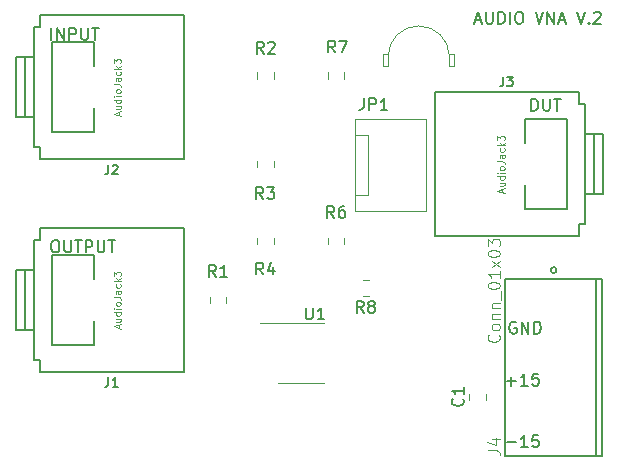
<source format=gbr>
G04 #@! TF.GenerationSoftware,KiCad,Pcbnew,5.1.2-f72e74a~84~ubuntu18.04.1*
G04 #@! TF.CreationDate,2019-05-17T10:17:23-07:00*
G04 #@! TF.ProjectId,NewVNA,4e657756-4e41-42e6-9b69-6361645f7063,CAT V.2*
G04 #@! TF.SameCoordinates,Original*
G04 #@! TF.FileFunction,Legend,Top*
G04 #@! TF.FilePolarity,Positive*
%FSLAX46Y46*%
G04 Gerber Fmt 4.6, Leading zero omitted, Abs format (unit mm)*
G04 Created by KiCad (PCBNEW 5.1.2-f72e74a~84~ubuntu18.04.1) date 2019-05-17 10:17:23*
%MOMM*%
%LPD*%
G04 APERTURE LIST*
%ADD10C,0.150000*%
%ADD11C,0.120000*%
%ADD12C,0.203200*%
%ADD13C,0.127000*%
%ADD14C,0.050000*%
%ADD15C,0.100000*%
G04 APERTURE END LIST*
D10*
X67466666Y-62071428D02*
X68228571Y-62071428D01*
X69228571Y-62452380D02*
X68657142Y-62452380D01*
X68942857Y-62452380D02*
X68942857Y-61452380D01*
X68847619Y-61595238D01*
X68752380Y-61690476D01*
X68657142Y-61738095D01*
X70133333Y-61452380D02*
X69657142Y-61452380D01*
X69609523Y-61928571D01*
X69657142Y-61880952D01*
X69752380Y-61833333D01*
X69990476Y-61833333D01*
X70085714Y-61880952D01*
X70133333Y-61928571D01*
X70180952Y-62023809D01*
X70180952Y-62261904D01*
X70133333Y-62357142D01*
X70085714Y-62404761D01*
X69990476Y-62452380D01*
X69752380Y-62452380D01*
X69657142Y-62404761D01*
X69609523Y-62357142D01*
X67466666Y-56871428D02*
X68228571Y-56871428D01*
X67847619Y-57252380D02*
X67847619Y-56490476D01*
X69228571Y-57252380D02*
X68657142Y-57252380D01*
X68942857Y-57252380D02*
X68942857Y-56252380D01*
X68847619Y-56395238D01*
X68752380Y-56490476D01*
X68657142Y-56538095D01*
X70133333Y-56252380D02*
X69657142Y-56252380D01*
X69609523Y-56728571D01*
X69657142Y-56680952D01*
X69752380Y-56633333D01*
X69990476Y-56633333D01*
X70085714Y-56680952D01*
X70133333Y-56728571D01*
X70180952Y-56823809D01*
X70180952Y-57061904D01*
X70133333Y-57157142D01*
X70085714Y-57204761D01*
X69990476Y-57252380D01*
X69752380Y-57252380D01*
X69657142Y-57204761D01*
X69609523Y-57157142D01*
X68238095Y-51900000D02*
X68142857Y-51852380D01*
X68000000Y-51852380D01*
X67857142Y-51900000D01*
X67761904Y-51995238D01*
X67714285Y-52090476D01*
X67666666Y-52280952D01*
X67666666Y-52423809D01*
X67714285Y-52614285D01*
X67761904Y-52709523D01*
X67857142Y-52804761D01*
X68000000Y-52852380D01*
X68095238Y-52852380D01*
X68238095Y-52804761D01*
X68285714Y-52757142D01*
X68285714Y-52423809D01*
X68095238Y-52423809D01*
X68714285Y-52852380D02*
X68714285Y-51852380D01*
X69285714Y-52852380D01*
X69285714Y-51852380D01*
X69761904Y-52852380D02*
X69761904Y-51852380D01*
X70000000Y-51852380D01*
X70142857Y-51900000D01*
X70238095Y-51995238D01*
X70285714Y-52090476D01*
X70333333Y-52280952D01*
X70333333Y-52423809D01*
X70285714Y-52614285D01*
X70238095Y-52709523D01*
X70142857Y-52804761D01*
X70000000Y-52852380D01*
X69761904Y-52852380D01*
D11*
X57000000Y-30200000D02*
X57000000Y-30000000D01*
X57400000Y-30200000D02*
X57000000Y-30200000D01*
X57400000Y-30000000D02*
X57400000Y-30200000D01*
X57400000Y-29200000D02*
X57000000Y-29200000D01*
X57400000Y-30000000D02*
X57404000Y-29464000D01*
X57000000Y-29200000D02*
X57000000Y-30000000D01*
X63000000Y-29200000D02*
X62600000Y-29200000D01*
X63000000Y-30200000D02*
X63000000Y-29200000D01*
X62600000Y-30200000D02*
X63000000Y-30200000D01*
X62600000Y-29400000D02*
X62600000Y-30200000D01*
X57400000Y-29400000D02*
G75*
G02X60000000Y-26800000I2600000J0D01*
G01*
X60000000Y-26800000D02*
G75*
G02X62600000Y-29400000I0J-2600000D01*
G01*
D10*
X64794476Y-26328666D02*
X65270666Y-26328666D01*
X64699238Y-26614380D02*
X65032571Y-25614380D01*
X65365904Y-26614380D01*
X65699238Y-25614380D02*
X65699238Y-26423904D01*
X65746857Y-26519142D01*
X65794476Y-26566761D01*
X65889714Y-26614380D01*
X66080190Y-26614380D01*
X66175428Y-26566761D01*
X66223047Y-26519142D01*
X66270666Y-26423904D01*
X66270666Y-25614380D01*
X66746857Y-26614380D02*
X66746857Y-25614380D01*
X66984952Y-25614380D01*
X67127809Y-25662000D01*
X67223047Y-25757238D01*
X67270666Y-25852476D01*
X67318285Y-26042952D01*
X67318285Y-26185809D01*
X67270666Y-26376285D01*
X67223047Y-26471523D01*
X67127809Y-26566761D01*
X66984952Y-26614380D01*
X66746857Y-26614380D01*
X67746857Y-26614380D02*
X67746857Y-25614380D01*
X68413523Y-25614380D02*
X68604000Y-25614380D01*
X68699238Y-25662000D01*
X68794476Y-25757238D01*
X68842095Y-25947714D01*
X68842095Y-26281047D01*
X68794476Y-26471523D01*
X68699238Y-26566761D01*
X68604000Y-26614380D01*
X68413523Y-26614380D01*
X68318285Y-26566761D01*
X68223047Y-26471523D01*
X68175428Y-26281047D01*
X68175428Y-25947714D01*
X68223047Y-25757238D01*
X68318285Y-25662000D01*
X68413523Y-25614380D01*
X69889714Y-25614380D02*
X70223047Y-26614380D01*
X70556380Y-25614380D01*
X70889714Y-26614380D02*
X70889714Y-25614380D01*
X71461142Y-26614380D01*
X71461142Y-25614380D01*
X71889714Y-26328666D02*
X72365904Y-26328666D01*
X71794476Y-26614380D02*
X72127809Y-25614380D01*
X72461142Y-26614380D01*
X73413523Y-25614380D02*
X73746857Y-26614380D01*
X74080190Y-25614380D01*
X74413523Y-26519142D02*
X74461142Y-26566761D01*
X74413523Y-26614380D01*
X74365904Y-26566761D01*
X74413523Y-26519142D01*
X74413523Y-26614380D01*
X74842095Y-25709619D02*
X74889714Y-25662000D01*
X74984952Y-25614380D01*
X75223047Y-25614380D01*
X75318285Y-25662000D01*
X75365904Y-25709619D01*
X75413523Y-25804857D01*
X75413523Y-25900095D01*
X75365904Y-26042952D01*
X74794476Y-26614380D01*
X75413523Y-26614380D01*
X29142038Y-44969180D02*
X29332514Y-44969180D01*
X29427752Y-45016800D01*
X29522990Y-45112038D01*
X29570609Y-45302514D01*
X29570609Y-45635847D01*
X29522990Y-45826323D01*
X29427752Y-45921561D01*
X29332514Y-45969180D01*
X29142038Y-45969180D01*
X29046800Y-45921561D01*
X28951561Y-45826323D01*
X28903942Y-45635847D01*
X28903942Y-45302514D01*
X28951561Y-45112038D01*
X29046800Y-45016800D01*
X29142038Y-44969180D01*
X29999180Y-44969180D02*
X29999180Y-45778704D01*
X30046800Y-45873942D01*
X30094419Y-45921561D01*
X30189657Y-45969180D01*
X30380133Y-45969180D01*
X30475371Y-45921561D01*
X30522990Y-45873942D01*
X30570609Y-45778704D01*
X30570609Y-44969180D01*
X30903942Y-44969180D02*
X31475371Y-44969180D01*
X31189657Y-45969180D02*
X31189657Y-44969180D01*
X31808704Y-45969180D02*
X31808704Y-44969180D01*
X32189657Y-44969180D01*
X32284895Y-45016800D01*
X32332514Y-45064419D01*
X32380133Y-45159657D01*
X32380133Y-45302514D01*
X32332514Y-45397752D01*
X32284895Y-45445371D01*
X32189657Y-45492990D01*
X31808704Y-45492990D01*
X32808704Y-44969180D02*
X32808704Y-45778704D01*
X32856323Y-45873942D01*
X32903942Y-45921561D01*
X32999180Y-45969180D01*
X33189657Y-45969180D01*
X33284895Y-45921561D01*
X33332514Y-45873942D01*
X33380133Y-45778704D01*
X33380133Y-44969180D01*
X33713466Y-44969180D02*
X34284895Y-44969180D01*
X33999180Y-45969180D02*
X33999180Y-44969180D01*
X28907028Y-27985980D02*
X28907028Y-26985980D01*
X29383219Y-27985980D02*
X29383219Y-26985980D01*
X29954647Y-27985980D01*
X29954647Y-26985980D01*
X30430838Y-27985980D02*
X30430838Y-26985980D01*
X30811790Y-26985980D01*
X30907028Y-27033600D01*
X30954647Y-27081219D01*
X31002266Y-27176457D01*
X31002266Y-27319314D01*
X30954647Y-27414552D01*
X30907028Y-27462171D01*
X30811790Y-27509790D01*
X30430838Y-27509790D01*
X31430838Y-26985980D02*
X31430838Y-27795504D01*
X31478457Y-27890742D01*
X31526076Y-27938361D01*
X31621314Y-27985980D01*
X31811790Y-27985980D01*
X31907028Y-27938361D01*
X31954647Y-27890742D01*
X32002266Y-27795504D01*
X32002266Y-26985980D01*
X32335600Y-26985980D02*
X32907028Y-26985980D01*
X32621314Y-27985980D02*
X32621314Y-26985980D01*
X69546933Y-33980380D02*
X69546933Y-32980380D01*
X69785028Y-32980380D01*
X69927885Y-33028000D01*
X70023123Y-33123238D01*
X70070742Y-33218476D01*
X70118361Y-33408952D01*
X70118361Y-33551809D01*
X70070742Y-33742285D01*
X70023123Y-33837523D01*
X69927885Y-33932761D01*
X69785028Y-33980380D01*
X69546933Y-33980380D01*
X70546933Y-32980380D02*
X70546933Y-33789904D01*
X70594552Y-33885142D01*
X70642171Y-33932761D01*
X70737409Y-33980380D01*
X70927885Y-33980380D01*
X71023123Y-33932761D01*
X71070742Y-33885142D01*
X71118361Y-33789904D01*
X71118361Y-32980380D01*
X71451695Y-32980380D02*
X72023123Y-32980380D01*
X71737409Y-33980380D02*
X71737409Y-32980380D01*
D11*
X50000000Y-51940000D02*
X46550000Y-51940000D01*
X50000000Y-51940000D02*
X51950000Y-51940000D01*
X50000000Y-57060000D02*
X48050000Y-57060000D01*
X50000000Y-57060000D02*
X51950000Y-57060000D01*
X55710000Y-41080000D02*
X54700000Y-41080000D01*
X55710000Y-36000000D02*
X55710000Y-41080000D01*
X54700000Y-36000000D02*
X55710000Y-36000000D01*
X54600000Y-42450000D02*
X54600000Y-34650000D01*
X60650000Y-42450000D02*
X54600000Y-42450000D01*
X60650000Y-34650000D02*
X60650000Y-42450000D01*
X54600000Y-34650000D02*
X60650000Y-34650000D01*
D12*
X71674800Y-47477600D02*
G75*
G03X71674800Y-47477600I-250000J0D01*
G01*
D13*
X75024800Y-48227600D02*
X75024800Y-63227600D01*
X67324800Y-48227600D02*
X75524800Y-48227600D01*
X67324800Y-63227600D02*
X67324800Y-48227600D01*
X75024800Y-63227600D02*
X67324800Y-63227600D01*
X75524800Y-63227600D02*
X75024800Y-63227600D01*
X75524800Y-48227600D02*
X75524800Y-63227600D01*
D10*
X61404000Y-44596000D02*
X61404000Y-32404000D01*
X73596000Y-44596000D02*
X61404000Y-44596000D01*
X61404000Y-32404000D02*
X73596000Y-32404000D01*
X75628000Y-35960000D02*
X75628000Y-41040000D01*
X74104000Y-43580000D02*
X73596000Y-43580000D01*
X74104000Y-33420000D02*
X74104000Y-43580000D01*
X73850000Y-33420000D02*
X74104000Y-33420000D01*
X73596000Y-33420000D02*
X73850000Y-33420000D01*
X74866000Y-35960000D02*
X74866000Y-41040000D01*
X74104000Y-41040000D02*
X75628000Y-41040000D01*
X75628000Y-35960000D02*
X74104000Y-35960000D01*
X73596000Y-44596000D02*
X73596000Y-43580000D01*
X73596000Y-33420000D02*
X73596000Y-32404000D01*
X69024000Y-42310000D02*
X69024000Y-40278000D01*
X72580000Y-42310000D02*
X69024000Y-42310000D01*
X72580000Y-34690000D02*
X72580000Y-42310000D01*
X69024000Y-34690000D02*
X72580000Y-34690000D01*
X69024000Y-36722000D02*
X69024000Y-34690000D01*
X40096000Y-25904000D02*
X40096000Y-38096000D01*
X27904000Y-25904000D02*
X40096000Y-25904000D01*
X40096000Y-38096000D02*
X27904000Y-38096000D01*
X25872000Y-34540000D02*
X25872000Y-29460000D01*
X27396000Y-26920000D02*
X27904000Y-26920000D01*
X27396000Y-37080000D02*
X27396000Y-26920000D01*
X27650000Y-37080000D02*
X27396000Y-37080000D01*
X27904000Y-37080000D02*
X27650000Y-37080000D01*
X26634000Y-34540000D02*
X26634000Y-29460000D01*
X27396000Y-29460000D02*
X25872000Y-29460000D01*
X25872000Y-34540000D02*
X27396000Y-34540000D01*
X27904000Y-25904000D02*
X27904000Y-26920000D01*
X27904000Y-37080000D02*
X27904000Y-38096000D01*
X32476000Y-28190000D02*
X32476000Y-30222000D01*
X28920000Y-28190000D02*
X32476000Y-28190000D01*
X28920000Y-35810000D02*
X28920000Y-28190000D01*
X32476000Y-35810000D02*
X28920000Y-35810000D01*
X32476000Y-33778000D02*
X32476000Y-35810000D01*
X40096000Y-43904000D02*
X40096000Y-56096000D01*
X27904000Y-43904000D02*
X40096000Y-43904000D01*
X40096000Y-56096000D02*
X27904000Y-56096000D01*
X25872000Y-52540000D02*
X25872000Y-47460000D01*
X27396000Y-44920000D02*
X27904000Y-44920000D01*
X27396000Y-55080000D02*
X27396000Y-44920000D01*
X27650000Y-55080000D02*
X27396000Y-55080000D01*
X27904000Y-55080000D02*
X27650000Y-55080000D01*
X26634000Y-52540000D02*
X26634000Y-47460000D01*
X27396000Y-47460000D02*
X25872000Y-47460000D01*
X25872000Y-52540000D02*
X27396000Y-52540000D01*
X27904000Y-43904000D02*
X27904000Y-44920000D01*
X27904000Y-55080000D02*
X27904000Y-56096000D01*
X32476000Y-46190000D02*
X32476000Y-48222000D01*
X28920000Y-46190000D02*
X32476000Y-46190000D01*
X28920000Y-53810000D02*
X28920000Y-46190000D01*
X32476000Y-53810000D02*
X28920000Y-53810000D01*
X32476000Y-51778000D02*
X32476000Y-53810000D01*
D11*
X55758578Y-48290000D02*
X55241422Y-48290000D01*
X55758578Y-49710000D02*
X55241422Y-49710000D01*
X52290000Y-30741422D02*
X52290000Y-31258578D01*
X53710000Y-30741422D02*
X53710000Y-31258578D01*
X52290000Y-44741422D02*
X52290000Y-45258578D01*
X53710000Y-44741422D02*
X53710000Y-45258578D01*
X46290000Y-44741422D02*
X46290000Y-45258578D01*
X47710000Y-44741422D02*
X47710000Y-45258578D01*
X46290000Y-38241422D02*
X46290000Y-38758578D01*
X47710000Y-38241422D02*
X47710000Y-38758578D01*
X46290000Y-30741422D02*
X46290000Y-31258578D01*
X47710000Y-30741422D02*
X47710000Y-31258578D01*
X42290000Y-49741422D02*
X42290000Y-50258578D01*
X43710000Y-49741422D02*
X43710000Y-50258578D01*
X64290000Y-57941422D02*
X64290000Y-58458578D01*
X65710000Y-57941422D02*
X65710000Y-58458578D01*
D10*
X50438095Y-50652380D02*
X50438095Y-51461904D01*
X50485714Y-51557142D01*
X50533333Y-51604761D01*
X50628571Y-51652380D01*
X50819047Y-51652380D01*
X50914285Y-51604761D01*
X50961904Y-51557142D01*
X51009523Y-51461904D01*
X51009523Y-50652380D01*
X52009523Y-51652380D02*
X51438095Y-51652380D01*
X51723809Y-51652380D02*
X51723809Y-50652380D01*
X51628571Y-50795238D01*
X51533333Y-50890476D01*
X51438095Y-50938095D01*
X55351466Y-32929580D02*
X55351466Y-33643866D01*
X55303847Y-33786723D01*
X55208609Y-33881961D01*
X55065752Y-33929580D01*
X54970514Y-33929580D01*
X55827657Y-33929580D02*
X55827657Y-32929580D01*
X56208609Y-32929580D01*
X56303847Y-32977200D01*
X56351466Y-33024819D01*
X56399085Y-33120057D01*
X56399085Y-33262914D01*
X56351466Y-33358152D01*
X56303847Y-33405771D01*
X56208609Y-33453390D01*
X55827657Y-33453390D01*
X57351466Y-33929580D02*
X56780038Y-33929580D01*
X57065752Y-33929580D02*
X57065752Y-32929580D01*
X56970514Y-33072438D01*
X56875276Y-33167676D01*
X56780038Y-33215295D01*
D14*
X65847110Y-62716263D02*
X66562531Y-62716263D01*
X66705615Y-62763958D01*
X66801005Y-62859347D01*
X66848700Y-63002431D01*
X66848700Y-63097821D01*
X66180973Y-61810062D02*
X66848700Y-61810062D01*
X65799415Y-62048536D02*
X66514836Y-62287010D01*
X66514836Y-61666978D01*
X66757735Y-52944300D02*
X66805433Y-52991998D01*
X66853131Y-53135092D01*
X66853131Y-53230489D01*
X66805433Y-53373583D01*
X66710037Y-53468979D01*
X66614641Y-53516677D01*
X66423849Y-53564375D01*
X66280754Y-53564375D01*
X66089962Y-53516677D01*
X65994566Y-53468979D01*
X65899170Y-53373583D01*
X65851471Y-53230489D01*
X65851471Y-53135092D01*
X65899170Y-52991998D01*
X65946868Y-52944300D01*
X66853131Y-52371923D02*
X66805433Y-52467319D01*
X66757735Y-52515017D01*
X66662339Y-52562715D01*
X66376150Y-52562715D01*
X66280754Y-52515017D01*
X66233056Y-52467319D01*
X66185358Y-52371923D01*
X66185358Y-52228829D01*
X66233056Y-52133432D01*
X66280754Y-52085734D01*
X66376150Y-52038036D01*
X66662339Y-52038036D01*
X66757735Y-52085734D01*
X66805433Y-52133432D01*
X66853131Y-52228829D01*
X66853131Y-52371923D01*
X66185358Y-51608753D02*
X66853131Y-51608753D01*
X66280754Y-51608753D02*
X66233056Y-51561055D01*
X66185358Y-51465659D01*
X66185358Y-51322565D01*
X66233056Y-51227169D01*
X66328452Y-51179470D01*
X66853131Y-51179470D01*
X66185358Y-50702490D02*
X66853131Y-50702490D01*
X66280754Y-50702490D02*
X66233056Y-50654791D01*
X66185358Y-50559395D01*
X66185358Y-50416301D01*
X66233056Y-50320905D01*
X66328452Y-50273207D01*
X66853131Y-50273207D01*
X66948528Y-50034716D02*
X66948528Y-49271547D01*
X65851471Y-48842264D02*
X65851471Y-48746868D01*
X65899170Y-48651471D01*
X65946868Y-48603773D01*
X66042264Y-48556075D01*
X66233056Y-48508377D01*
X66471547Y-48508377D01*
X66662339Y-48556075D01*
X66757735Y-48603773D01*
X66805433Y-48651471D01*
X66853131Y-48746868D01*
X66853131Y-48842264D01*
X66805433Y-48937660D01*
X66757735Y-48985358D01*
X66662339Y-49033056D01*
X66471547Y-49080754D01*
X66233056Y-49080754D01*
X66042264Y-49033056D01*
X65946868Y-48985358D01*
X65899170Y-48937660D01*
X65851471Y-48842264D01*
X66853131Y-47554415D02*
X66853131Y-48126792D01*
X66853131Y-47840604D02*
X65851471Y-47840604D01*
X65994566Y-47936000D01*
X66089962Y-48031396D01*
X66137660Y-48126792D01*
X66853131Y-47220529D02*
X66185358Y-46695850D01*
X66185358Y-47220529D02*
X66853131Y-46695850D01*
X65851471Y-46123472D02*
X65851471Y-46028076D01*
X65899170Y-45932680D01*
X65946868Y-45884982D01*
X66042264Y-45837284D01*
X66233056Y-45789586D01*
X66471547Y-45789586D01*
X66662339Y-45837284D01*
X66757735Y-45884982D01*
X66805433Y-45932680D01*
X66853131Y-46028076D01*
X66853131Y-46123472D01*
X66805433Y-46218869D01*
X66757735Y-46266567D01*
X66662339Y-46314265D01*
X66471547Y-46361963D01*
X66233056Y-46361963D01*
X66042264Y-46314265D01*
X65946868Y-46266567D01*
X65899170Y-46218869D01*
X65851471Y-46123472D01*
X65851471Y-45455699D02*
X65851471Y-44835624D01*
X66233056Y-45169510D01*
X66233056Y-45026416D01*
X66280754Y-44931020D01*
X66328452Y-44883322D01*
X66423849Y-44835624D01*
X66662339Y-44835624D01*
X66757735Y-44883322D01*
X66805433Y-44931020D01*
X66853131Y-45026416D01*
X66853131Y-45312605D01*
X66805433Y-45408001D01*
X66757735Y-45455699D01*
D10*
X67144933Y-31108704D02*
X67144933Y-31680133D01*
X67106838Y-31794419D01*
X67030647Y-31870609D01*
X66916361Y-31908704D01*
X66840171Y-31908704D01*
X67449695Y-31108704D02*
X67944933Y-31108704D01*
X67678266Y-31413466D01*
X67792552Y-31413466D01*
X67868742Y-31451561D01*
X67906838Y-31489657D01*
X67944933Y-31565847D01*
X67944933Y-31756323D01*
X67906838Y-31832514D01*
X67868742Y-31870609D01*
X67792552Y-31908704D01*
X67563980Y-31908704D01*
X67487790Y-31870609D01*
X67449695Y-31832514D01*
D15*
X67092000Y-40885714D02*
X67092000Y-40600000D01*
X67263428Y-40942857D02*
X66663428Y-40742857D01*
X67263428Y-40542857D01*
X66863428Y-40085714D02*
X67263428Y-40085714D01*
X66863428Y-40342857D02*
X67177714Y-40342857D01*
X67234857Y-40314285D01*
X67263428Y-40257142D01*
X67263428Y-40171428D01*
X67234857Y-40114285D01*
X67206285Y-40085714D01*
X67263428Y-39542857D02*
X66663428Y-39542857D01*
X67234857Y-39542857D02*
X67263428Y-39600000D01*
X67263428Y-39714285D01*
X67234857Y-39771428D01*
X67206285Y-39800000D01*
X67149142Y-39828571D01*
X66977714Y-39828571D01*
X66920571Y-39800000D01*
X66892000Y-39771428D01*
X66863428Y-39714285D01*
X66863428Y-39600000D01*
X66892000Y-39542857D01*
X67263428Y-39257142D02*
X66863428Y-39257142D01*
X66663428Y-39257142D02*
X66692000Y-39285714D01*
X66720571Y-39257142D01*
X66692000Y-39228571D01*
X66663428Y-39257142D01*
X66720571Y-39257142D01*
X67263428Y-38885714D02*
X67234857Y-38942857D01*
X67206285Y-38971428D01*
X67149142Y-39000000D01*
X66977714Y-39000000D01*
X66920571Y-38971428D01*
X66892000Y-38942857D01*
X66863428Y-38885714D01*
X66863428Y-38800000D01*
X66892000Y-38742857D01*
X66920571Y-38714285D01*
X66977714Y-38685714D01*
X67149142Y-38685714D01*
X67206285Y-38714285D01*
X67234857Y-38742857D01*
X67263428Y-38800000D01*
X67263428Y-38885714D01*
X66663428Y-38257142D02*
X67092000Y-38257142D01*
X67177714Y-38285714D01*
X67234857Y-38342857D01*
X67263428Y-38428571D01*
X67263428Y-38485714D01*
X67263428Y-37714285D02*
X66949142Y-37714285D01*
X66892000Y-37742857D01*
X66863428Y-37800000D01*
X66863428Y-37914285D01*
X66892000Y-37971428D01*
X67234857Y-37714285D02*
X67263428Y-37771428D01*
X67263428Y-37914285D01*
X67234857Y-37971428D01*
X67177714Y-38000000D01*
X67120571Y-38000000D01*
X67063428Y-37971428D01*
X67034857Y-37914285D01*
X67034857Y-37771428D01*
X67006285Y-37714285D01*
X67234857Y-37171428D02*
X67263428Y-37228571D01*
X67263428Y-37342857D01*
X67234857Y-37400000D01*
X67206285Y-37428571D01*
X67149142Y-37457142D01*
X66977714Y-37457142D01*
X66920571Y-37428571D01*
X66892000Y-37400000D01*
X66863428Y-37342857D01*
X66863428Y-37228571D01*
X66892000Y-37171428D01*
X67263428Y-36914285D02*
X66663428Y-36914285D01*
X67034857Y-36857142D02*
X67263428Y-36685714D01*
X66863428Y-36685714D02*
X67092000Y-36914285D01*
X66663428Y-36485714D02*
X66663428Y-36114285D01*
X66892000Y-36314285D01*
X66892000Y-36228571D01*
X66920571Y-36171428D01*
X66949142Y-36142857D01*
X67006285Y-36114285D01*
X67149142Y-36114285D01*
X67206285Y-36142857D01*
X67234857Y-36171428D01*
X67263428Y-36228571D01*
X67263428Y-36400000D01*
X67234857Y-36457142D01*
X67206285Y-36485714D01*
D10*
X33733333Y-38561904D02*
X33733333Y-39133333D01*
X33695238Y-39247619D01*
X33619047Y-39323809D01*
X33504761Y-39361904D01*
X33428571Y-39361904D01*
X34076190Y-38638095D02*
X34114285Y-38600000D01*
X34190476Y-38561904D01*
X34380952Y-38561904D01*
X34457142Y-38600000D01*
X34495238Y-38638095D01*
X34533333Y-38714285D01*
X34533333Y-38790476D01*
X34495238Y-38904761D01*
X34038095Y-39361904D01*
X34533333Y-39361904D01*
D15*
X34608000Y-34385714D02*
X34608000Y-34100000D01*
X34779428Y-34442857D02*
X34179428Y-34242857D01*
X34779428Y-34042857D01*
X34379428Y-33585714D02*
X34779428Y-33585714D01*
X34379428Y-33842857D02*
X34693714Y-33842857D01*
X34750857Y-33814285D01*
X34779428Y-33757142D01*
X34779428Y-33671428D01*
X34750857Y-33614285D01*
X34722285Y-33585714D01*
X34779428Y-33042857D02*
X34179428Y-33042857D01*
X34750857Y-33042857D02*
X34779428Y-33100000D01*
X34779428Y-33214285D01*
X34750857Y-33271428D01*
X34722285Y-33300000D01*
X34665142Y-33328571D01*
X34493714Y-33328571D01*
X34436571Y-33300000D01*
X34408000Y-33271428D01*
X34379428Y-33214285D01*
X34379428Y-33100000D01*
X34408000Y-33042857D01*
X34779428Y-32757142D02*
X34379428Y-32757142D01*
X34179428Y-32757142D02*
X34208000Y-32785714D01*
X34236571Y-32757142D01*
X34208000Y-32728571D01*
X34179428Y-32757142D01*
X34236571Y-32757142D01*
X34779428Y-32385714D02*
X34750857Y-32442857D01*
X34722285Y-32471428D01*
X34665142Y-32500000D01*
X34493714Y-32500000D01*
X34436571Y-32471428D01*
X34408000Y-32442857D01*
X34379428Y-32385714D01*
X34379428Y-32300000D01*
X34408000Y-32242857D01*
X34436571Y-32214285D01*
X34493714Y-32185714D01*
X34665142Y-32185714D01*
X34722285Y-32214285D01*
X34750857Y-32242857D01*
X34779428Y-32300000D01*
X34779428Y-32385714D01*
X34179428Y-31757142D02*
X34608000Y-31757142D01*
X34693714Y-31785714D01*
X34750857Y-31842857D01*
X34779428Y-31928571D01*
X34779428Y-31985714D01*
X34779428Y-31214285D02*
X34465142Y-31214285D01*
X34408000Y-31242857D01*
X34379428Y-31300000D01*
X34379428Y-31414285D01*
X34408000Y-31471428D01*
X34750857Y-31214285D02*
X34779428Y-31271428D01*
X34779428Y-31414285D01*
X34750857Y-31471428D01*
X34693714Y-31500000D01*
X34636571Y-31500000D01*
X34579428Y-31471428D01*
X34550857Y-31414285D01*
X34550857Y-31271428D01*
X34522285Y-31214285D01*
X34750857Y-30671428D02*
X34779428Y-30728571D01*
X34779428Y-30842857D01*
X34750857Y-30900000D01*
X34722285Y-30928571D01*
X34665142Y-30957142D01*
X34493714Y-30957142D01*
X34436571Y-30928571D01*
X34408000Y-30900000D01*
X34379428Y-30842857D01*
X34379428Y-30728571D01*
X34408000Y-30671428D01*
X34779428Y-30414285D02*
X34179428Y-30414285D01*
X34550857Y-30357142D02*
X34779428Y-30185714D01*
X34379428Y-30185714D02*
X34608000Y-30414285D01*
X34179428Y-29985714D02*
X34179428Y-29614285D01*
X34408000Y-29814285D01*
X34408000Y-29728571D01*
X34436571Y-29671428D01*
X34465142Y-29642857D01*
X34522285Y-29614285D01*
X34665142Y-29614285D01*
X34722285Y-29642857D01*
X34750857Y-29671428D01*
X34779428Y-29728571D01*
X34779428Y-29900000D01*
X34750857Y-29957142D01*
X34722285Y-29985714D01*
D10*
X33733333Y-56561904D02*
X33733333Y-57133333D01*
X33695238Y-57247619D01*
X33619047Y-57323809D01*
X33504761Y-57361904D01*
X33428571Y-57361904D01*
X34533333Y-57361904D02*
X34076190Y-57361904D01*
X34304761Y-57361904D02*
X34304761Y-56561904D01*
X34228571Y-56676190D01*
X34152380Y-56752380D01*
X34076190Y-56790476D01*
D15*
X34608000Y-52385714D02*
X34608000Y-52100000D01*
X34779428Y-52442857D02*
X34179428Y-52242857D01*
X34779428Y-52042857D01*
X34379428Y-51585714D02*
X34779428Y-51585714D01*
X34379428Y-51842857D02*
X34693714Y-51842857D01*
X34750857Y-51814285D01*
X34779428Y-51757142D01*
X34779428Y-51671428D01*
X34750857Y-51614285D01*
X34722285Y-51585714D01*
X34779428Y-51042857D02*
X34179428Y-51042857D01*
X34750857Y-51042857D02*
X34779428Y-51100000D01*
X34779428Y-51214285D01*
X34750857Y-51271428D01*
X34722285Y-51300000D01*
X34665142Y-51328571D01*
X34493714Y-51328571D01*
X34436571Y-51300000D01*
X34408000Y-51271428D01*
X34379428Y-51214285D01*
X34379428Y-51100000D01*
X34408000Y-51042857D01*
X34779428Y-50757142D02*
X34379428Y-50757142D01*
X34179428Y-50757142D02*
X34208000Y-50785714D01*
X34236571Y-50757142D01*
X34208000Y-50728571D01*
X34179428Y-50757142D01*
X34236571Y-50757142D01*
X34779428Y-50385714D02*
X34750857Y-50442857D01*
X34722285Y-50471428D01*
X34665142Y-50500000D01*
X34493714Y-50500000D01*
X34436571Y-50471428D01*
X34408000Y-50442857D01*
X34379428Y-50385714D01*
X34379428Y-50300000D01*
X34408000Y-50242857D01*
X34436571Y-50214285D01*
X34493714Y-50185714D01*
X34665142Y-50185714D01*
X34722285Y-50214285D01*
X34750857Y-50242857D01*
X34779428Y-50300000D01*
X34779428Y-50385714D01*
X34179428Y-49757142D02*
X34608000Y-49757142D01*
X34693714Y-49785714D01*
X34750857Y-49842857D01*
X34779428Y-49928571D01*
X34779428Y-49985714D01*
X34779428Y-49214285D02*
X34465142Y-49214285D01*
X34408000Y-49242857D01*
X34379428Y-49300000D01*
X34379428Y-49414285D01*
X34408000Y-49471428D01*
X34750857Y-49214285D02*
X34779428Y-49271428D01*
X34779428Y-49414285D01*
X34750857Y-49471428D01*
X34693714Y-49500000D01*
X34636571Y-49500000D01*
X34579428Y-49471428D01*
X34550857Y-49414285D01*
X34550857Y-49271428D01*
X34522285Y-49214285D01*
X34750857Y-48671428D02*
X34779428Y-48728571D01*
X34779428Y-48842857D01*
X34750857Y-48900000D01*
X34722285Y-48928571D01*
X34665142Y-48957142D01*
X34493714Y-48957142D01*
X34436571Y-48928571D01*
X34408000Y-48900000D01*
X34379428Y-48842857D01*
X34379428Y-48728571D01*
X34408000Y-48671428D01*
X34779428Y-48414285D02*
X34179428Y-48414285D01*
X34550857Y-48357142D02*
X34779428Y-48185714D01*
X34379428Y-48185714D02*
X34608000Y-48414285D01*
X34179428Y-47985714D02*
X34179428Y-47614285D01*
X34408000Y-47814285D01*
X34408000Y-47728571D01*
X34436571Y-47671428D01*
X34465142Y-47642857D01*
X34522285Y-47614285D01*
X34665142Y-47614285D01*
X34722285Y-47642857D01*
X34750857Y-47671428D01*
X34779428Y-47728571D01*
X34779428Y-47900000D01*
X34750857Y-47957142D01*
X34722285Y-47985714D01*
D10*
X55333333Y-51102380D02*
X55000000Y-50626190D01*
X54761904Y-51102380D02*
X54761904Y-50102380D01*
X55142857Y-50102380D01*
X55238095Y-50150000D01*
X55285714Y-50197619D01*
X55333333Y-50292857D01*
X55333333Y-50435714D01*
X55285714Y-50530952D01*
X55238095Y-50578571D01*
X55142857Y-50626190D01*
X54761904Y-50626190D01*
X55904761Y-50530952D02*
X55809523Y-50483333D01*
X55761904Y-50435714D01*
X55714285Y-50340476D01*
X55714285Y-50292857D01*
X55761904Y-50197619D01*
X55809523Y-50150000D01*
X55904761Y-50102380D01*
X56095238Y-50102380D01*
X56190476Y-50150000D01*
X56238095Y-50197619D01*
X56285714Y-50292857D01*
X56285714Y-50340476D01*
X56238095Y-50435714D01*
X56190476Y-50483333D01*
X56095238Y-50530952D01*
X55904761Y-50530952D01*
X55809523Y-50578571D01*
X55761904Y-50626190D01*
X55714285Y-50721428D01*
X55714285Y-50911904D01*
X55761904Y-51007142D01*
X55809523Y-51054761D01*
X55904761Y-51102380D01*
X56095238Y-51102380D01*
X56190476Y-51054761D01*
X56238095Y-51007142D01*
X56285714Y-50911904D01*
X56285714Y-50721428D01*
X56238095Y-50626190D01*
X56190476Y-50578571D01*
X56095238Y-50530952D01*
X52919333Y-29052780D02*
X52586000Y-28576590D01*
X52347904Y-29052780D02*
X52347904Y-28052780D01*
X52728857Y-28052780D01*
X52824095Y-28100400D01*
X52871714Y-28148019D01*
X52919333Y-28243257D01*
X52919333Y-28386114D01*
X52871714Y-28481352D01*
X52824095Y-28528971D01*
X52728857Y-28576590D01*
X52347904Y-28576590D01*
X53252666Y-28052780D02*
X53919333Y-28052780D01*
X53490761Y-29052780D01*
X52833333Y-43052380D02*
X52500000Y-42576190D01*
X52261904Y-43052380D02*
X52261904Y-42052380D01*
X52642857Y-42052380D01*
X52738095Y-42100000D01*
X52785714Y-42147619D01*
X52833333Y-42242857D01*
X52833333Y-42385714D01*
X52785714Y-42480952D01*
X52738095Y-42528571D01*
X52642857Y-42576190D01*
X52261904Y-42576190D01*
X53690476Y-42052380D02*
X53500000Y-42052380D01*
X53404761Y-42100000D01*
X53357142Y-42147619D01*
X53261904Y-42290476D01*
X53214285Y-42480952D01*
X53214285Y-42861904D01*
X53261904Y-42957142D01*
X53309523Y-43004761D01*
X53404761Y-43052380D01*
X53595238Y-43052380D01*
X53690476Y-43004761D01*
X53738095Y-42957142D01*
X53785714Y-42861904D01*
X53785714Y-42623809D01*
X53738095Y-42528571D01*
X53690476Y-42480952D01*
X53595238Y-42433333D01*
X53404761Y-42433333D01*
X53309523Y-42480952D01*
X53261904Y-42528571D01*
X53214285Y-42623809D01*
X46833333Y-47852380D02*
X46500000Y-47376190D01*
X46261904Y-47852380D02*
X46261904Y-46852380D01*
X46642857Y-46852380D01*
X46738095Y-46900000D01*
X46785714Y-46947619D01*
X46833333Y-47042857D01*
X46833333Y-47185714D01*
X46785714Y-47280952D01*
X46738095Y-47328571D01*
X46642857Y-47376190D01*
X46261904Y-47376190D01*
X47690476Y-47185714D02*
X47690476Y-47852380D01*
X47452380Y-46804761D02*
X47214285Y-47519047D01*
X47833333Y-47519047D01*
X46833333Y-41452380D02*
X46500000Y-40976190D01*
X46261904Y-41452380D02*
X46261904Y-40452380D01*
X46642857Y-40452380D01*
X46738095Y-40500000D01*
X46785714Y-40547619D01*
X46833333Y-40642857D01*
X46833333Y-40785714D01*
X46785714Y-40880952D01*
X46738095Y-40928571D01*
X46642857Y-40976190D01*
X46261904Y-40976190D01*
X47166666Y-40452380D02*
X47785714Y-40452380D01*
X47452380Y-40833333D01*
X47595238Y-40833333D01*
X47690476Y-40880952D01*
X47738095Y-40928571D01*
X47785714Y-41023809D01*
X47785714Y-41261904D01*
X47738095Y-41357142D01*
X47690476Y-41404761D01*
X47595238Y-41452380D01*
X47309523Y-41452380D01*
X47214285Y-41404761D01*
X47166666Y-41357142D01*
X46874133Y-29154380D02*
X46540800Y-28678190D01*
X46302704Y-29154380D02*
X46302704Y-28154380D01*
X46683657Y-28154380D01*
X46778895Y-28202000D01*
X46826514Y-28249619D01*
X46874133Y-28344857D01*
X46874133Y-28487714D01*
X46826514Y-28582952D01*
X46778895Y-28630571D01*
X46683657Y-28678190D01*
X46302704Y-28678190D01*
X47255085Y-28249619D02*
X47302704Y-28202000D01*
X47397942Y-28154380D01*
X47636038Y-28154380D01*
X47731276Y-28202000D01*
X47778895Y-28249619D01*
X47826514Y-28344857D01*
X47826514Y-28440095D01*
X47778895Y-28582952D01*
X47207466Y-29154380D01*
X47826514Y-29154380D01*
X42833333Y-48052380D02*
X42500000Y-47576190D01*
X42261904Y-48052380D02*
X42261904Y-47052380D01*
X42642857Y-47052380D01*
X42738095Y-47100000D01*
X42785714Y-47147619D01*
X42833333Y-47242857D01*
X42833333Y-47385714D01*
X42785714Y-47480952D01*
X42738095Y-47528571D01*
X42642857Y-47576190D01*
X42261904Y-47576190D01*
X43785714Y-48052380D02*
X43214285Y-48052380D01*
X43500000Y-48052380D02*
X43500000Y-47052380D01*
X43404761Y-47195238D01*
X43309523Y-47290476D01*
X43214285Y-47338095D01*
X63709542Y-58366666D02*
X63757161Y-58414285D01*
X63804780Y-58557142D01*
X63804780Y-58652380D01*
X63757161Y-58795238D01*
X63661923Y-58890476D01*
X63566685Y-58938095D01*
X63376209Y-58985714D01*
X63233352Y-58985714D01*
X63042876Y-58938095D01*
X62947638Y-58890476D01*
X62852400Y-58795238D01*
X62804780Y-58652380D01*
X62804780Y-58557142D01*
X62852400Y-58414285D01*
X62900019Y-58366666D01*
X63804780Y-57414285D02*
X63804780Y-57985714D01*
X63804780Y-57700000D02*
X62804780Y-57700000D01*
X62947638Y-57795238D01*
X63042876Y-57890476D01*
X63090495Y-57985714D01*
M02*

</source>
